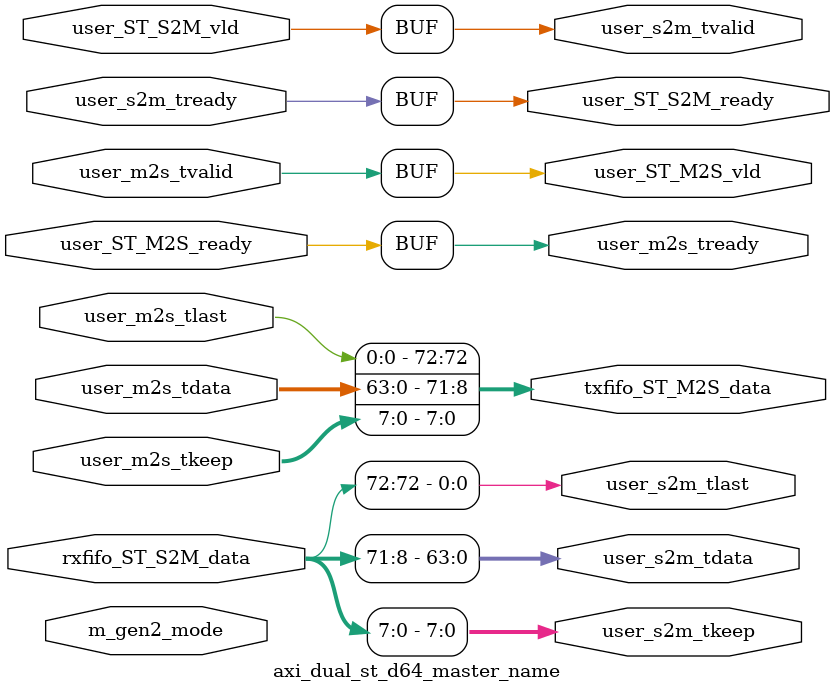
<source format=sv>

module axi_dual_st_d64_master_name  (

  // ST_M2S channel
  input  logic [   7:   0]   user_m2s_tkeep      ,
  input  logic [  63:   0]   user_m2s_tdata      ,
  input  logic               user_m2s_tlast      ,
  input  logic               user_m2s_tvalid     ,
  output logic               user_m2s_tready     ,

  // ST_S2M channel
  output logic [   7:   0]   user_s2m_tkeep      ,
  output logic [  63:   0]   user_s2m_tdata      ,
  output logic               user_s2m_tlast      ,
  output logic               user_s2m_tvalid     ,
  input  logic               user_s2m_tready     ,

  // Logic Link Interfaces
  output logic               user_ST_M2S_vld     ,
  output logic [  72:   0]   txfifo_ST_M2S_data  ,
  input  logic               user_ST_M2S_ready   ,

  input  logic               user_ST_S2M_vld     ,
  input  logic [  72:   0]   rxfifo_ST_S2M_data  ,
  output logic               user_ST_S2M_ready   ,

  input  logic               m_gen2_mode         

);

  // Connect Data

  assign user_ST_M2S_vld                    = user_m2s_tvalid                    ;
  assign user_m2s_tready                    = user_ST_M2S_ready                  ;
  assign txfifo_ST_M2S_data   [   0 +:   8] = user_m2s_tkeep       [   0 +:   8] ;
  assign txfifo_ST_M2S_data   [   8 +:  64] = user_m2s_tdata       [   0 +:  64] ;
  assign txfifo_ST_M2S_data   [  72 +:   1] = user_m2s_tlast                     ;

  assign user_s2m_tvalid                    = user_ST_S2M_vld                    ;
  assign user_ST_S2M_ready                  = user_s2m_tready                    ;
  assign user_s2m_tkeep       [   0 +:   8] = rxfifo_ST_S2M_data   [   0 +:   8] ;
  assign user_s2m_tdata       [   0 +:  64] = rxfifo_ST_S2M_data   [   8 +:  64] ;
  assign user_s2m_tlast                     = rxfifo_ST_S2M_data   [  72 +:   1] ;

endmodule

</source>
